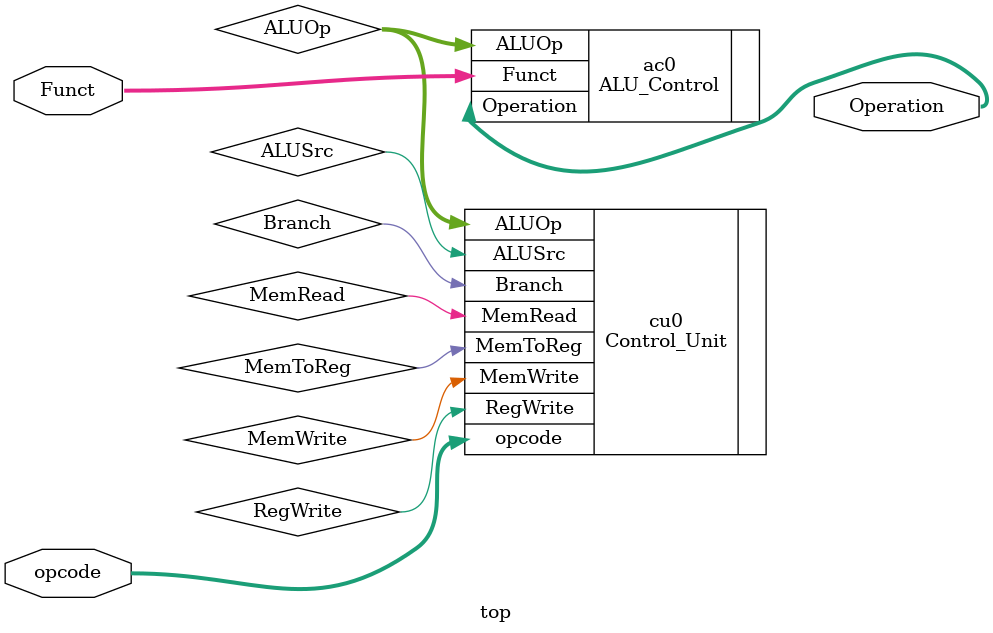
<source format=v>
module top(
	input [6:0] opcode,
	input [3:0] Funct,
	output [3:0] Operation
);
wire Branch, MemRead, MemToReg, MemWrite, ALUSrc, RegWrite;
wire [1:0] ALUOp;

Control_Unit cu0 (
	.opcode(opcode),
	.Branch(Branch),
	.MemRead(MemRead),
	.MemToReg(MemToReg),
	.ALUOp(ALUOp),
	.MemWrite(MemWrite),
	.ALUSrc(ALUSrc),
	.RegWrite(RegWrite)
);

ALU_Control ac0 (
	.ALUOp(ALUOp),
	.Funct(Funct),
	.Operation(Operation)
);
endmodule
</source>
